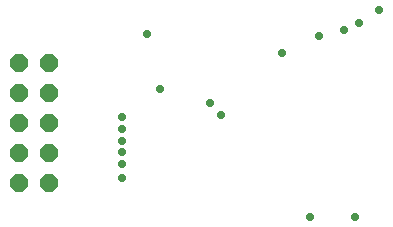
<source format=gbs>
G04 EAGLE Gerber RS-274X export*
G75*
%MOMM*%
%FSLAX34Y34*%
%LPD*%
%INSoldermask Bottom*%
%IPPOS*%
%AMOC8*
5,1,8,0,0,1.08239X$1,22.5*%
G01*
%ADD10P,1.640903X8X112.500000*%
%ADD11P,0.703554X8X22.500000*%


D10*
X14970Y56970D03*
X40370Y56970D03*
X14970Y82370D03*
X40370Y82370D03*
X14970Y107770D03*
X40370Y107770D03*
X14970Y133170D03*
X40370Y133170D03*
X14970Y158570D03*
X40370Y158570D03*
D11*
X320000Y204000D03*
X123000Y183000D03*
X177000Y125000D03*
X186000Y115000D03*
X102000Y73000D03*
X299000Y28000D03*
X134000Y137000D03*
X102000Y113000D03*
X303000Y193000D03*
X102000Y103000D03*
X290000Y187000D03*
X102000Y93000D03*
X269000Y182000D03*
X102000Y83000D03*
X238000Y167000D03*
X261000Y28000D03*
X102000Y61000D03*
M02*

</source>
